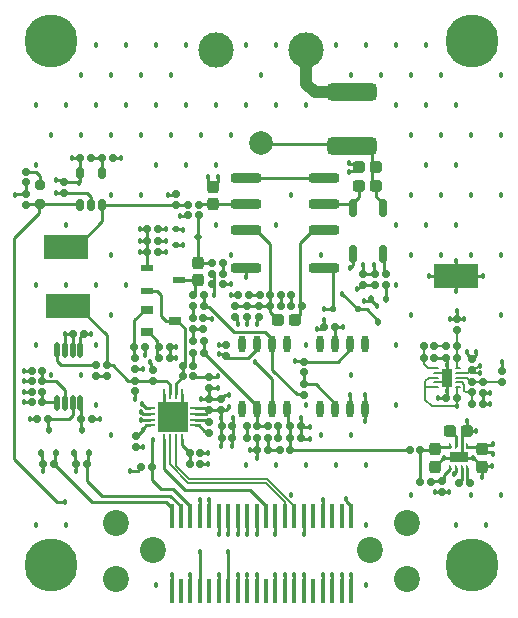
<source format=gtl>
G04*
G04 #@! TF.GenerationSoftware,Altium Limited,Altium Designer,19.1.8 (144)*
G04*
G04 Layer_Physical_Order=1*
G04 Layer_Color=255*
%FSLAX25Y25*%
%MOIN*%
G70*
G01*
G75*
%ADD13C,0.01000*%
%ADD14C,0.00787*%
G04:AMPARAMS|DCode=18|XSize=149.61mil|YSize=79.92mil|CornerRadius=4mil|HoleSize=0mil|Usage=FLASHONLY|Rotation=180.000|XOffset=0mil|YOffset=0mil|HoleType=Round|Shape=RoundedRectangle|*
%AMROUNDEDRECTD18*
21,1,0.14961,0.07193,0,0,180.0*
21,1,0.14161,0.07992,0,0,180.0*
1,1,0.00799,-0.07081,0.03597*
1,1,0.00799,0.07081,0.03597*
1,1,0.00799,0.07081,-0.03597*
1,1,0.00799,-0.07081,-0.03597*
%
%ADD18ROUNDEDRECTD18*%
G04:AMPARAMS|DCode=19|XSize=23.62mil|YSize=23.62mil|CornerRadius=5.91mil|HoleSize=0mil|Usage=FLASHONLY|Rotation=180.000|XOffset=0mil|YOffset=0mil|HoleType=Round|Shape=RoundedRectangle|*
%AMROUNDEDRECTD19*
21,1,0.02362,0.01181,0,0,180.0*
21,1,0.01181,0.02362,0,0,180.0*
1,1,0.01181,-0.00591,0.00591*
1,1,0.01181,0.00591,0.00591*
1,1,0.01181,0.00591,-0.00591*
1,1,0.01181,-0.00591,-0.00591*
%
%ADD19ROUNDEDRECTD19*%
G04:AMPARAMS|DCode=20|XSize=23.62mil|YSize=23.62mil|CornerRadius=5.91mil|HoleSize=0mil|Usage=FLASHONLY|Rotation=90.000|XOffset=0mil|YOffset=0mil|HoleType=Round|Shape=RoundedRectangle|*
%AMROUNDEDRECTD20*
21,1,0.02362,0.01181,0,0,90.0*
21,1,0.01181,0.02362,0,0,90.0*
1,1,0.01181,0.00591,0.00591*
1,1,0.01181,0.00591,-0.00591*
1,1,0.01181,-0.00591,-0.00591*
1,1,0.01181,-0.00591,0.00591*
%
%ADD20ROUNDEDRECTD20*%
G04:AMPARAMS|DCode=21|XSize=25.2mil|YSize=25.2mil|CornerRadius=6.3mil|HoleSize=0mil|Usage=FLASHONLY|Rotation=90.000|XOffset=0mil|YOffset=0mil|HoleType=Round|Shape=RoundedRectangle|*
%AMROUNDEDRECTD21*
21,1,0.02520,0.01260,0,0,90.0*
21,1,0.01260,0.02520,0,0,90.0*
1,1,0.01260,0.00630,0.00630*
1,1,0.01260,0.00630,-0.00630*
1,1,0.01260,-0.00630,-0.00630*
1,1,0.01260,-0.00630,0.00630*
%
%ADD21ROUNDEDRECTD21*%
G04:AMPARAMS|DCode=22|XSize=7.87mil|YSize=19.68mil|CornerRadius=1.97mil|HoleSize=0mil|Usage=FLASHONLY|Rotation=90.000|XOffset=0mil|YOffset=0mil|HoleType=Round|Shape=RoundedRectangle|*
%AMROUNDEDRECTD22*
21,1,0.00787,0.01575,0,0,90.0*
21,1,0.00394,0.01968,0,0,90.0*
1,1,0.00394,0.00787,0.00197*
1,1,0.00394,0.00787,-0.00197*
1,1,0.00394,-0.00787,-0.00197*
1,1,0.00394,-0.00787,0.00197*
%
%ADD22ROUNDEDRECTD22*%
G04:AMPARAMS|DCode=23|XSize=59.06mil|YSize=35.43mil|CornerRadius=1.77mil|HoleSize=0mil|Usage=FLASHONLY|Rotation=90.000|XOffset=0mil|YOffset=0mil|HoleType=Round|Shape=RoundedRectangle|*
%AMROUNDEDRECTD23*
21,1,0.05906,0.03189,0,0,90.0*
21,1,0.05551,0.03543,0,0,90.0*
1,1,0.00354,0.01595,0.02776*
1,1,0.00354,0.01595,-0.02776*
1,1,0.00354,-0.01595,-0.02776*
1,1,0.00354,-0.01595,0.02776*
%
%ADD23ROUNDEDRECTD23*%
G04:AMPARAMS|DCode=24|XSize=25.2mil|YSize=25.2mil|CornerRadius=6.3mil|HoleSize=0mil|Usage=FLASHONLY|Rotation=180.000|XOffset=0mil|YOffset=0mil|HoleType=Round|Shape=RoundedRectangle|*
%AMROUNDEDRECTD24*
21,1,0.02520,0.01260,0,0,180.0*
21,1,0.01260,0.02520,0,0,180.0*
1,1,0.01260,-0.00630,0.00630*
1,1,0.01260,0.00630,0.00630*
1,1,0.01260,0.00630,-0.00630*
1,1,0.01260,-0.00630,-0.00630*
%
%ADD24ROUNDEDRECTD24*%
G04:AMPARAMS|DCode=25|XSize=37.4mil|YSize=41.34mil|CornerRadius=9.35mil|HoleSize=0mil|Usage=FLASHONLY|Rotation=270.000|XOffset=0mil|YOffset=0mil|HoleType=Round|Shape=RoundedRectangle|*
%AMROUNDEDRECTD25*
21,1,0.03740,0.02264,0,0,270.0*
21,1,0.01870,0.04134,0,0,270.0*
1,1,0.01870,-0.01132,-0.00935*
1,1,0.01870,-0.01132,0.00935*
1,1,0.01870,0.01132,0.00935*
1,1,0.01870,0.01132,-0.00935*
%
%ADD25ROUNDEDRECTD25*%
G04:AMPARAMS|DCode=26|XSize=9.84mil|YSize=19.68mil|CornerRadius=2.46mil|HoleSize=0mil|Usage=FLASHONLY|Rotation=0.000|XOffset=0mil|YOffset=0mil|HoleType=Round|Shape=RoundedRectangle|*
%AMROUNDEDRECTD26*
21,1,0.00984,0.01476,0,0,0.0*
21,1,0.00492,0.01968,0,0,0.0*
1,1,0.00492,0.00246,-0.00738*
1,1,0.00492,-0.00246,-0.00738*
1,1,0.00492,-0.00246,0.00738*
1,1,0.00492,0.00246,0.00738*
%
%ADD26ROUNDEDRECTD26*%
G04:AMPARAMS|DCode=27|XSize=37.4mil|YSize=41.34mil|CornerRadius=9.35mil|HoleSize=0mil|Usage=FLASHONLY|Rotation=180.000|XOffset=0mil|YOffset=0mil|HoleType=Round|Shape=RoundedRectangle|*
%AMROUNDEDRECTD27*
21,1,0.03740,0.02264,0,0,180.0*
21,1,0.01870,0.04134,0,0,180.0*
1,1,0.01870,-0.00935,0.01132*
1,1,0.01870,0.00935,0.01132*
1,1,0.01870,0.00935,-0.01132*
1,1,0.01870,-0.00935,-0.01132*
%
%ADD27ROUNDEDRECTD27*%
%ADD28O,0.03347X0.00984*%
%ADD29O,0.00984X0.03347*%
%ADD30O,0.02362X0.05709*%
G04:AMPARAMS|DCode=31|XSize=31.5mil|YSize=31.5mil|CornerRadius=7.87mil|HoleSize=0mil|Usage=FLASHONLY|Rotation=90.000|XOffset=0mil|YOffset=0mil|HoleType=Round|Shape=RoundedRectangle|*
%AMROUNDEDRECTD31*
21,1,0.03150,0.01575,0,0,90.0*
21,1,0.01575,0.03150,0,0,90.0*
1,1,0.01575,0.00787,0.00787*
1,1,0.01575,0.00787,-0.00787*
1,1,0.01575,-0.00787,-0.00787*
1,1,0.01575,-0.00787,0.00787*
%
%ADD31ROUNDEDRECTD31*%
G04:AMPARAMS|DCode=32|XSize=23.62mil|YSize=39.37mil|CornerRadius=5.91mil|HoleSize=0mil|Usage=FLASHONLY|Rotation=180.000|XOffset=0mil|YOffset=0mil|HoleType=Round|Shape=RoundedRectangle|*
%AMROUNDEDRECTD32*
21,1,0.02362,0.02756,0,0,180.0*
21,1,0.01181,0.03937,0,0,180.0*
1,1,0.01181,-0.00591,0.01378*
1,1,0.01181,0.00591,0.01378*
1,1,0.01181,0.00591,-0.01378*
1,1,0.01181,-0.00591,-0.01378*
%
%ADD32ROUNDEDRECTD32*%
%ADD33O,0.01968X0.05315*%
G04:AMPARAMS|DCode=34|XSize=18.5mil|YSize=23.62mil|CornerRadius=4.63mil|HoleSize=0mil|Usage=FLASHONLY|Rotation=0.000|XOffset=0mil|YOffset=0mil|HoleType=Round|Shape=RoundedRectangle|*
%AMROUNDEDRECTD34*
21,1,0.01850,0.01437,0,0,0.0*
21,1,0.00925,0.02362,0,0,0.0*
1,1,0.00925,0.00463,-0.00719*
1,1,0.00925,-0.00463,-0.00719*
1,1,0.00925,-0.00463,0.00719*
1,1,0.00925,0.00463,0.00719*
%
%ADD34ROUNDEDRECTD34*%
%ADD35R,0.03937X0.02559*%
%ADD36R,0.03937X0.02362*%
G04:AMPARAMS|DCode=37|XSize=18.5mil|YSize=23.62mil|CornerRadius=4.63mil|HoleSize=0mil|Usage=FLASHONLY|Rotation=270.000|XOffset=0mil|YOffset=0mil|HoleType=Round|Shape=RoundedRectangle|*
%AMROUNDEDRECTD37*
21,1,0.01850,0.01437,0,0,270.0*
21,1,0.00925,0.02362,0,0,270.0*
1,1,0.00925,-0.00719,-0.00463*
1,1,0.00925,-0.00719,0.00463*
1,1,0.00925,0.00719,0.00463*
1,1,0.00925,0.00719,-0.00463*
%
%ADD37ROUNDEDRECTD37*%
G04:AMPARAMS|DCode=38|XSize=31.5mil|YSize=100.79mil|CornerRadius=7.87mil|HoleSize=0mil|Usage=FLASHONLY|Rotation=90.000|XOffset=0mil|YOffset=0mil|HoleType=Round|Shape=RoundedRectangle|*
%AMROUNDEDRECTD38*
21,1,0.03150,0.08504,0,0,90.0*
21,1,0.01575,0.10079,0,0,90.0*
1,1,0.01575,0.04252,0.00787*
1,1,0.01575,0.04252,-0.00787*
1,1,0.01575,-0.04252,-0.00787*
1,1,0.01575,-0.04252,0.00787*
%
%ADD38ROUNDEDRECTD38*%
G04:AMPARAMS|DCode=39|XSize=23.23mil|YSize=17.72mil|CornerRadius=4.43mil|HoleSize=0mil|Usage=FLASHONLY|Rotation=0.000|XOffset=0mil|YOffset=0mil|HoleType=Round|Shape=RoundedRectangle|*
%AMROUNDEDRECTD39*
21,1,0.02323,0.00886,0,0,0.0*
21,1,0.01437,0.01772,0,0,0.0*
1,1,0.00886,0.00719,-0.00443*
1,1,0.00886,-0.00719,-0.00443*
1,1,0.00886,-0.00719,0.00443*
1,1,0.00886,0.00719,0.00443*
%
%ADD39ROUNDEDRECTD39*%
G04:AMPARAMS|DCode=40|XSize=23.62mil|YSize=60.63mil|CornerRadius=5.91mil|HoleSize=0mil|Usage=FLASHONLY|Rotation=0.000|XOffset=0mil|YOffset=0mil|HoleType=Round|Shape=RoundedRectangle|*
%AMROUNDEDRECTD40*
21,1,0.02362,0.04882,0,0,0.0*
21,1,0.01181,0.06063,0,0,0.0*
1,1,0.01181,0.00591,-0.02441*
1,1,0.01181,-0.00591,-0.02441*
1,1,0.01181,-0.00591,0.02441*
1,1,0.01181,0.00591,0.02441*
%
%ADD40ROUNDEDRECTD40*%
G04:AMPARAMS|DCode=41|XSize=59.06mil|YSize=165.35mil|CornerRadius=14.76mil|HoleSize=0mil|Usage=FLASHONLY|Rotation=90.000|XOffset=0mil|YOffset=0mil|HoleType=Round|Shape=RoundedRectangle|*
%AMROUNDEDRECTD41*
21,1,0.05906,0.13583,0,0,90.0*
21,1,0.02953,0.16535,0,0,90.0*
1,1,0.02953,0.06791,0.01476*
1,1,0.02953,0.06791,-0.01476*
1,1,0.02953,-0.06791,-0.01476*
1,1,0.02953,-0.06791,0.01476*
%
%ADD41ROUNDEDRECTD41*%
G04:AMPARAMS|DCode=42|XSize=15.75mil|YSize=82.68mil|CornerRadius=3.94mil|HoleSize=0mil|Usage=FLASHONLY|Rotation=0.000|XOffset=0mil|YOffset=0mil|HoleType=Round|Shape=RoundedRectangle|*
%AMROUNDEDRECTD42*
21,1,0.01575,0.07480,0,0,0.0*
21,1,0.00787,0.08268,0,0,0.0*
1,1,0.00787,0.00394,-0.03740*
1,1,0.00787,-0.00394,-0.03740*
1,1,0.00787,-0.00394,0.03740*
1,1,0.00787,0.00394,0.03740*
%
%ADD42ROUNDEDRECTD42*%
G04:AMPARAMS|DCode=43|XSize=62.99mil|YSize=35.43mil|CornerRadius=1.77mil|HoleSize=0mil|Usage=FLASHONLY|Rotation=0.000|XOffset=0mil|YOffset=0mil|HoleType=Round|Shape=RoundedRectangle|*
%AMROUNDEDRECTD43*
21,1,0.06299,0.03189,0,0,0.0*
21,1,0.05945,0.03543,0,0,0.0*
1,1,0.00354,0.02972,-0.01595*
1,1,0.00354,-0.02972,-0.01595*
1,1,0.00354,-0.02972,0.01595*
1,1,0.00354,0.02972,0.01595*
%
%ADD43ROUNDEDRECTD43*%
G04:AMPARAMS|DCode=44|XSize=102.36mil|YSize=102.36mil|CornerRadius=2.56mil|HoleSize=0mil|Usage=FLASHONLY|Rotation=180.000|XOffset=0mil|YOffset=0mil|HoleType=Round|Shape=RoundedRectangle|*
%AMROUNDEDRECTD44*
21,1,0.10236,0.09724,0,0,180.0*
21,1,0.09724,0.10236,0,0,180.0*
1,1,0.00512,-0.04862,0.04862*
1,1,0.00512,0.04862,0.04862*
1,1,0.00512,0.04862,-0.04862*
1,1,0.00512,-0.04862,-0.04862*
%
%ADD44ROUNDEDRECTD44*%
%ADD45C,0.07874*%
%ADD46C,0.11811*%
%ADD47C,0.17717*%
%ADD48C,0.08661*%
%ADD49C,0.00602*%
%ADD50C,0.04000*%
%ADD51C,0.01800*%
D13*
X113386Y36417D02*
Y37008D01*
Y36417D02*
X114961Y34843D01*
X98032Y100984D02*
X98622Y101575D01*
X98032Y98759D02*
Y100984D01*
X96161Y96889D02*
X98032Y98759D01*
Y122441D02*
X102362Y126772D01*
X98032Y102165D02*
Y122441D01*
Y102165D02*
X98622Y101575D01*
X102362Y126772D02*
X105984D01*
X146614Y77795D02*
X146850Y78031D01*
X118898Y112489D02*
X119138Y112249D01*
X98268Y57087D02*
X101181D01*
X70079Y142520D02*
X70226Y142372D01*
X75394Y61417D02*
X75433Y61378D01*
X114961Y31299D02*
Y34843D01*
X165256Y79823D02*
X165354Y79921D01*
X43307Y58504D02*
X43937D01*
X3051Y138681D02*
X6594D01*
X2953Y138583D02*
X3051Y138681D01*
X41339Y46457D02*
X43898D01*
X48720Y56595D02*
X48819Y56693D01*
X48720Y47736D02*
Y56595D01*
X48622Y47638D02*
X48720Y47736D01*
X48622Y43504D02*
Y47638D01*
Y43504D02*
X51575Y40551D01*
X16929Y36220D02*
X19685D01*
X2756Y50394D02*
X16929Y36220D01*
X2756Y50394D02*
Y124016D01*
X11024Y132283D01*
X24557Y134449D02*
Y135285D01*
X150787Y51181D02*
X151772Y52165D01*
X150394Y50787D02*
X150787Y51181D01*
X151181Y50787D01*
X146063D02*
X150394D01*
X151181D02*
X155512D01*
X145472Y39370D02*
X147638D01*
X145276Y39567D02*
X145472Y39370D01*
X142913D02*
X143012Y39469D01*
X145177D01*
X145276Y39567D01*
X153543Y62992D02*
X153593Y62943D01*
Y59892D02*
Y62943D01*
Y59892D02*
X153642Y59842D01*
X156693D01*
X151772Y52165D02*
Y54921D01*
X155512Y50787D02*
X155665Y50634D01*
X155922D01*
X158623Y47933D01*
X158661D01*
X145910Y50634D02*
X146063Y50787D01*
X145653Y50634D02*
X145910D01*
X142952Y47933D02*
X145653Y50634D01*
X142913Y47933D02*
X142952D01*
X161762Y47982D02*
X161811Y48031D01*
X158711Y47982D02*
X161762D01*
X158661Y47933D02*
X158711Y47982D01*
X158661Y44488D02*
Y47933D01*
X109685Y94488D02*
X112205D01*
X105276Y93701D02*
X106063Y94488D01*
X103543Y93701D02*
X105276D01*
X156540Y86062D02*
X156693Y86215D01*
X156540Y85193D02*
Y86062D01*
X155118Y83771D02*
X156540Y85193D01*
X155118Y83701D02*
Y83771D01*
X105905Y96850D02*
X106063Y96693D01*
Y94488D02*
Y96693D01*
X109685Y94488D02*
X109695Y94478D01*
Y88691D02*
Y94478D01*
Y88691D02*
X109705Y88681D01*
X153543Y85276D02*
Y86188D01*
Y85276D02*
X155118Y83701D01*
X158858Y68898D02*
X158957Y68996D01*
X158858Y68898D02*
X161417D01*
X158858Y68898D02*
X158858Y68898D01*
X161339Y72520D02*
X161417Y72441D01*
X159134Y72520D02*
X161339D01*
X159055Y72598D02*
X159134Y72520D01*
X158957Y68996D02*
Y72500D01*
X159055Y72598D01*
X150000Y106299D02*
Y111417D01*
Y116535D01*
X140945Y111417D02*
X150000D01*
X159055D01*
X73228Y84016D02*
X80472D01*
X71732Y57559D02*
Y61496D01*
X146850Y78031D02*
Y78149D01*
X105512Y31299D02*
Y36614D01*
X11024Y134941D02*
X11368Y135285D01*
X11024Y132283D02*
Y134941D01*
X64567Y6496D02*
Y19291D01*
X74016Y6496D02*
Y19291D01*
X61417Y11811D02*
X61417Y11811D01*
Y6496D02*
Y11811D01*
X55118Y6496D02*
Y11763D01*
X115472Y115079D02*
Y118799D01*
X114567Y114173D02*
X115472Y115079D01*
X117063Y107087D02*
X118441Y108465D01*
X116929Y107087D02*
X117063D01*
X120866Y103150D02*
X121457Y103740D01*
X119291Y103150D02*
X120866D01*
X118441Y108465D02*
X118898D01*
X111963Y105512D02*
X112028D01*
X117146Y100394D01*
X146850Y79145D02*
Y81890D01*
X161988Y55512D02*
X162205D01*
X161416Y54940D02*
X161988Y55512D01*
X159960Y54940D02*
X161416D01*
X158661Y53642D02*
X159960Y54940D01*
X161417Y52756D02*
X162205Y51968D01*
X159547Y52756D02*
X161417D01*
X158661Y53642D02*
X159547Y52756D01*
X165354Y79921D02*
Y82677D01*
X146850Y73228D02*
Y75984D01*
X144095Y70866D02*
X146614D01*
X146850Y71102D02*
Y73228D01*
X146614Y70866D02*
X146850Y71102D01*
X43898Y46457D02*
X45079Y47638D01*
X59449Y40157D02*
X81102D01*
X52559Y47047D02*
X59449Y40157D01*
X52559Y47047D02*
Y56988D01*
X81102Y40157D02*
X86614Y34646D01*
Y31299D02*
Y34646D01*
X43465Y54331D02*
X45705D01*
X43307Y54488D02*
X43465Y54331D01*
X51575Y40551D02*
X55512D01*
X61417Y34646D01*
Y31299D02*
Y34646D01*
X26969Y43110D02*
Y48819D01*
Y43110D02*
X31890Y38189D01*
X54724D01*
X58268Y34646D01*
Y31299D02*
Y34646D01*
X53150Y36220D02*
X55118Y34252D01*
X28543Y36220D02*
X53150D01*
X15945Y48819D02*
X28543Y36220D01*
X55118Y31299D02*
Y34252D01*
X67716Y31299D02*
Y36614D01*
X64567Y31299D02*
Y36614D01*
X40748Y76575D02*
X42913D01*
X35630Y81693D02*
X40748Y76575D01*
X6594Y138681D02*
X6693Y138779D01*
X150394Y97047D02*
Y99606D01*
X150591Y97244D02*
X152756D01*
X150394Y97047D02*
X150591Y97244D01*
X148031D02*
X150197D01*
X150394Y97047D01*
X146850Y81890D02*
Y84016D01*
X146614Y84252D02*
X146850Y84016D01*
X146614Y77795D02*
X146850Y77559D01*
X142717Y84252D02*
X146614D01*
X142717Y84252D02*
X142717Y84252D01*
X122047Y142618D02*
Y154921D01*
X115354D02*
X122047D01*
X137992Y42913D02*
Y53543D01*
X142864Y53592D02*
X142913Y53642D01*
X138041Y53592D02*
X142864D01*
X137992Y53543D02*
X138041Y53592D01*
X94685Y53543D02*
X134449D01*
X98268Y57480D02*
Y61417D01*
Y57087D02*
Y57480D01*
Y64016D02*
X98425Y64173D01*
X98268Y61417D02*
Y64016D01*
X98347Y61024D02*
X101181D01*
X157866Y54437D02*
X158661Y53642D01*
X153748Y54437D02*
X157866D01*
X153740Y54445D02*
X153748Y54437D01*
X153740Y54445D02*
Y54921D01*
X149213Y45276D02*
Y45492D01*
X149795Y46075D01*
Y47433D01*
X153642Y59804D02*
Y59842D01*
X151772Y57934D02*
X153642Y59804D01*
X151772Y54921D02*
Y57934D01*
X147933Y59804D02*
Y59842D01*
Y59804D02*
X149803Y57934D01*
Y54921D02*
Y57934D01*
X142913Y53642D02*
X143709Y54437D01*
X147827D01*
X147835Y54445D01*
Y54921D01*
X141535Y42913D02*
X141634Y43012D01*
X145177D01*
X145276Y43110D01*
X145901Y43735D01*
Y45031D01*
X147835Y46965D01*
Y47441D01*
X149795Y47433D02*
X149803Y47441D01*
X150945Y42520D02*
Y42590D01*
X151772Y43417D01*
Y47441D01*
X154567Y42520D02*
Y42590D01*
X153740Y43417D02*
X154567Y42590D01*
X153740Y43417D02*
Y47441D01*
X45276Y68898D02*
X46654Y67520D01*
X44882Y63386D02*
X45098D01*
X45287Y63575D01*
X47925D01*
X47933Y63583D01*
X44882Y66142D02*
X45098D01*
X45681Y65559D01*
X47925D01*
X47933Y65551D01*
X46654Y67520D02*
X47933D01*
X43937Y58504D02*
X45669Y60236D01*
X45822Y60389D01*
Y60669D01*
X46768Y61614D01*
X47933D01*
X20079Y121260D02*
X23563D01*
X32087Y129783D01*
Y135236D01*
X56693D01*
X56693Y135236D01*
X11417Y141831D02*
Y144882D01*
X11417Y141831D02*
X11417Y141831D01*
X10039Y146260D02*
X11417Y144882D01*
X6693Y146260D02*
X10039D01*
X6693Y138779D02*
Y142717D01*
X11368Y135285D02*
X11417Y135335D01*
X6742Y135285D02*
X11368D01*
X6693Y135236D02*
X6742Y135285D01*
X11417Y135335D02*
X11467Y135285D01*
X24557D01*
X24606Y135236D01*
X16535Y143307D02*
X18740D01*
X19291Y142756D01*
X16535Y138976D02*
X19134D01*
X19291Y139134D01*
X28346Y135236D02*
Y137795D01*
X27008Y139134D02*
X28346Y137795D01*
X19291Y139134D02*
X27008D01*
X35630Y150787D02*
X38189D01*
X22047D02*
X24606D01*
X24291Y142638D02*
X24409Y142520D01*
X19410Y142638D02*
X24291D01*
X19291Y142756D02*
X19410Y142638D01*
X24409Y142520D02*
X24508Y142618D01*
Y145768D01*
X24606Y145866D01*
Y150787D01*
X24606Y150787D02*
X24606Y150787D01*
X28150Y150787D02*
X32087D01*
Y145866D02*
Y150787D01*
X19636Y92077D02*
X19685Y92126D01*
X19636Y86762D02*
Y92077D01*
X19587Y86713D02*
X19636Y86762D01*
X114961Y6496D02*
Y11811D01*
X111811Y6496D02*
Y11811D01*
X108661Y6496D02*
Y11811D01*
X105512Y6496D02*
Y11811D01*
X99213Y6496D02*
Y11811D01*
X96063Y6496D02*
Y11811D01*
X92913Y6496D02*
Y11811D01*
X89764Y6496D02*
Y11811D01*
X83465Y6496D02*
Y11811D01*
X77165D02*
X77165Y11811D01*
Y6496D02*
Y11811D01*
X70866Y6496D02*
Y11811D01*
X5906Y79921D02*
X8465D01*
X5906Y76378D02*
X8465D01*
X5906Y72835D02*
X8465D01*
X8465Y72835D01*
X5906Y69291D02*
X8465D01*
X70866Y25591D02*
Y31299D01*
X74016Y25591D02*
Y31299D01*
X77165Y25591D02*
X77165Y25591D01*
Y31299D01*
X80315Y25591D02*
Y31299D01*
X83465Y25591D02*
Y31299D01*
X89764Y25591D02*
Y31299D01*
X99213Y25591D02*
Y31299D01*
X33465Y78150D02*
X33465Y78150D01*
X29921Y78150D02*
X33465D01*
X18307Y81693D02*
X29921D01*
X17028Y82972D02*
X18307Y81693D01*
X17028Y82972D02*
Y86713D01*
X25827Y92126D02*
X28346D01*
X19685D02*
X22205D01*
X22175Y92097D02*
X22205Y92126D01*
X22175Y86742D02*
Y92097D01*
X22146Y86713D02*
X22175Y86742D01*
X25827Y92056D02*
Y92126D01*
X24705Y90934D02*
X25827Y92056D01*
X24705Y86713D02*
Y90934D01*
X123469Y101728D02*
X123622Y101575D01*
X123213Y101728D02*
X123469D01*
X121457Y103484D02*
X123213Y101728D01*
X33465Y81693D02*
Y91667D01*
X23557Y101575D02*
X33465Y91667D01*
X20472Y101575D02*
X23557D01*
X33465Y81693D02*
X35630D01*
X33465Y78150D02*
X33465Y78150D01*
X12008Y79921D02*
X12008Y79921D01*
X12008Y76378D02*
Y79921D01*
Y76378D02*
X16535D01*
X19563Y73350D01*
Y69217D02*
Y73350D01*
Y69217D02*
X19587Y69193D01*
X12008Y69291D02*
X12008Y69291D01*
Y72835D01*
X16929Y69291D02*
X17028Y69193D01*
X12008Y69291D02*
X16929D01*
X7874Y63779D02*
X10433D01*
X28543D02*
X31102D01*
X25000Y60236D02*
Y63779D01*
Y60236D02*
X25197Y60039D01*
X24852Y63927D02*
X25000Y63779D01*
X24705Y64075D02*
X24852Y63927D01*
Y69045D01*
X24705Y69193D02*
X24852Y69045D01*
X13976Y63779D02*
X20866D01*
X22122Y65035D01*
Y69169D01*
X22146Y69193D01*
X13976Y60236D02*
X14173Y60039D01*
X13976Y60236D02*
Y63779D01*
X23228Y46457D02*
Y48622D01*
X23425Y48819D01*
X12205Y46457D02*
X12303Y46555D01*
Y48720D01*
X12402Y48819D01*
X23031Y49213D02*
X23425Y48819D01*
X23031Y49213D02*
Y52165D01*
X22638Y52559D02*
X23031Y52165D01*
X12008Y49213D02*
X12402Y48819D01*
X12008Y49213D02*
Y52165D01*
X11614Y52559D02*
X12008Y52165D01*
X15945Y48819D02*
X16339Y49213D01*
Y52165D01*
X16732Y52559D01*
X26969Y48819D02*
X27362Y49213D01*
Y52165D01*
X27756Y52559D01*
X42913Y76575D02*
X48819D01*
X75492Y57539D02*
X75532Y57579D01*
X75433Y57480D02*
X75492Y57539D01*
X48031Y82461D02*
Y82677D01*
Y82461D02*
X48194Y82298D01*
Y80743D02*
Y82298D01*
Y80743D02*
X48819Y80118D01*
X121457Y103484D02*
Y103740D01*
X120138Y100394D02*
X124016Y96516D01*
Y96260D02*
Y96516D01*
X117146Y100394D02*
X120138D01*
X79843Y111102D02*
X79921Y111024D01*
X79843Y111102D02*
Y114173D01*
X105905Y100394D02*
X108839D01*
Y113120D01*
X107786Y114173D02*
X108839Y113120D01*
X105984Y114173D02*
X107786D01*
X119685Y62992D02*
X119705Y63012D01*
Y67224D01*
X119685Y71653D02*
X119695Y71644D01*
Y67234D02*
Y71644D01*
Y67234D02*
X119705Y67224D01*
X98268Y61417D02*
X98347Y61496D01*
X83465Y50787D02*
X83563Y50886D01*
Y53445D01*
X83661Y53543D01*
X81102D02*
X83661D01*
X58465Y55118D02*
Y56988D01*
Y55118D02*
X61221Y52362D01*
X61221Y48819D02*
X61221Y48819D01*
Y52362D01*
X64764Y48819D02*
X67323D01*
X64764Y52362D02*
X67323D01*
X58661Y61417D02*
X58661D01*
X55512Y64567D02*
X58661Y61417D01*
X52362D02*
X52362D01*
X55512Y64567D01*
X58465Y67520D01*
X52559D02*
X55512Y64567D01*
X72992Y71653D02*
X74410Y71653D01*
X71732Y70394D02*
X72992Y71653D01*
X73386Y66693D02*
X74410Y67716D01*
X71653Y66693D02*
X73386D01*
X75433Y61417D02*
X75590Y61575D01*
Y64173D01*
X75197Y54724D02*
X75433Y54961D01*
Y57480D01*
X75492Y57539D02*
Y61319D01*
X71653Y54724D02*
X71732Y54803D01*
Y57402D01*
X71811Y57480D01*
X71732Y61496D02*
Y64095D01*
Y57559D02*
X71811Y57480D01*
X71653Y64173D02*
X71732Y64095D01*
Y61496D02*
X71811Y61417D01*
X71653Y64173D02*
Y66693D01*
X64256Y61614D02*
X65993Y59877D01*
X63090Y61614D02*
X64256D01*
X65993Y59877D02*
X67091D01*
X67716Y59252D01*
Y70315D02*
Y74173D01*
Y70315D02*
X71653D01*
X71732Y70394D01*
X64961Y70472D02*
X65039Y70394D01*
X67638D01*
X67716Y70315D01*
X70315Y74173D02*
X70472Y74016D01*
X67716Y74173D02*
X70315D01*
X58465Y67520D02*
Y72146D01*
X52559Y67520D02*
Y72146D01*
X42913Y70472D02*
Y73032D01*
X53347Y76575D02*
X54528Y75394D01*
X48819Y76575D02*
X53347D01*
X54528Y72146D02*
Y75394D01*
X122441Y112795D02*
X123031Y112205D01*
X122441Y112795D02*
Y114961D01*
X118898Y112489D02*
Y114961D01*
Y112008D02*
X119138Y112249D01*
X118898Y112008D02*
X122835D01*
X123031Y112205D01*
X118898Y108465D02*
X118996Y108366D01*
X122933D01*
X123031Y108268D01*
X126575Y103740D02*
X126575Y103740D01*
X126575Y103740D02*
Y108268D01*
X126024Y112756D02*
X126575Y112205D01*
X126024Y112756D02*
Y118248D01*
X125472Y118799D02*
X126024Y118248D01*
X53937Y138583D02*
X56496D01*
X56693Y138779D01*
X70472Y142913D02*
Y144488D01*
X70079Y142520D02*
X70472Y142913D01*
X68898Y141043D02*
X70226Y142372D01*
X67323Y142618D02*
X68898Y141043D01*
X67323Y142618D02*
Y144488D01*
X76457Y101496D02*
X87913D01*
X47008Y114016D02*
X47047Y113976D01*
X47008Y114016D02*
Y119291D01*
Y123228D01*
Y127165D02*
X47008Y127165D01*
X47008Y123228D02*
Y127165D01*
X44488Y119291D02*
X47008D01*
X44488Y123228D02*
X47008D01*
X44488Y127165D02*
X47008D01*
X58858Y126969D02*
X59055Y126772D01*
X56496Y126969D02*
X58858D01*
X58957Y121752D02*
X59055Y121653D01*
X56595Y121752D02*
X58957D01*
X56496Y121850D02*
X56595Y121752D01*
X50630Y119291D02*
X53150D01*
X50630Y123228D02*
X53150D01*
X50630Y127165D02*
X53150D01*
X57874Y131496D02*
X57972Y131595D01*
X60532D01*
X60630Y131693D01*
X56693Y135236D02*
X56693Y135236D01*
X60630D01*
X115472Y134882D02*
Y135807D01*
X114921Y135433D02*
X115472Y134882D01*
X105984Y135433D02*
X114921D01*
X114173Y146063D02*
X114390D01*
X114863Y146536D01*
X116517D01*
X117618Y147638D01*
X114173Y149213D02*
X114390D01*
X114863Y148739D01*
X116517D01*
X117618Y147638D01*
X115472Y135807D02*
X117585Y137919D01*
Y141305D01*
X117618Y141339D01*
X125472Y133957D02*
Y135807D01*
X123360Y137919D02*
X125472Y135807D01*
X123360Y137919D02*
Y141305D01*
X123327Y141339D02*
X123360Y141305D01*
X122047Y142618D02*
X123327Y141339D01*
X85039Y155905D02*
X85532Y155413D01*
X114862D01*
X115354Y154921D01*
X48819Y80118D02*
Y80167D01*
X74803Y105118D02*
X74803Y105118D01*
X77362D01*
X72244Y108661D02*
X74803D01*
X83465Y95276D02*
Y97008D01*
X84252Y97795D01*
X77012Y95429D02*
X77165Y95276D01*
X77012Y95429D02*
Y97161D01*
X76378Y97795D02*
X77012Y97161D01*
X80315Y95276D02*
Y97795D01*
X69291Y105118D02*
Y111614D01*
X65945Y101181D02*
X67716D01*
X75984Y92913D02*
X86161D01*
X67716Y101181D02*
X75984Y92913D01*
X86161D02*
X88721Y90354D01*
X95079Y101575D02*
Y105118D01*
X91535Y101575D02*
X91535Y101575D01*
X91535Y101575D02*
Y105118D01*
X80905D02*
X84449D01*
X76378Y101417D02*
X76457Y101496D01*
X87913D02*
X87992Y101575D01*
Y105118D02*
X87992Y105118D01*
X87992Y101575D02*
Y105118D01*
Y99350D02*
Y101575D01*
Y99350D02*
X90453Y96889D01*
Y96850D02*
Y96889D01*
X96161Y96850D02*
Y96889D01*
X87992Y105118D02*
Y122146D01*
X84419Y125719D02*
X87992Y122146D01*
X83595Y125719D02*
X84419D01*
X82542Y126772D02*
X83595Y125719D01*
X79843Y126772D02*
X82542D01*
X47925Y67528D02*
X47933Y67520D01*
X46378Y85118D02*
Y87717D01*
X79843Y144095D02*
X105984D01*
X67668Y62795D02*
X67716D01*
X66880Y63583D02*
X67668Y62795D01*
X63090Y63583D02*
X66880D01*
X80118Y57480D02*
Y61417D01*
X90748Y57480D02*
Y61417D01*
X90748Y61417D01*
X87205Y53543D02*
X91142D01*
X87205Y53543D02*
X87205Y53543D01*
X87205Y53543D02*
Y57480D01*
X62402Y81496D02*
Y85827D01*
X62303Y101476D02*
X62402Y101575D01*
X62303Y97539D02*
Y101476D01*
X62205Y97441D02*
X62303Y97539D01*
X65945Y101575D02*
Y105118D01*
X96925Y71972D02*
X99091D01*
X88721Y80177D02*
X96925Y71972D01*
X88721Y80177D02*
Y88681D01*
X99091Y71972D02*
X99213Y71850D01*
X88721Y88681D02*
Y90354D01*
X68701Y112205D02*
X69291Y111614D01*
X88721Y67224D02*
Y77028D01*
X83071Y82677D02*
X88721Y77028D01*
X72244Y112205D02*
Y115748D01*
X72244Y112205D02*
X72244Y112205D01*
X46850Y92716D02*
X47539D01*
X50359Y89897D01*
Y84877D02*
X50984Y84252D01*
X50359Y84877D02*
Y89897D01*
X51575Y98032D02*
X53150Y96457D01*
X56299D02*
X57087D01*
X47047Y106496D02*
X50197D01*
X53150Y96457D02*
X56299D01*
X50197Y106496D02*
X51575Y105118D01*
Y98032D02*
Y105118D01*
X56496Y72146D02*
Y75591D01*
X58858Y77953D01*
Y81496D01*
X59449Y82087D01*
X57087Y96457D02*
X59449Y94095D01*
Y82087D02*
Y94095D01*
X64173Y135236D02*
X64222Y135285D01*
X68848D01*
X68898Y135335D01*
X68947Y135384D01*
X79793D01*
X79843Y135433D01*
X96142Y82992D02*
X99134D01*
X99213Y82913D01*
X45571Y80413D02*
X45669Y80315D01*
X43012Y80413D02*
X45571D01*
X42913Y80512D02*
X43012Y80413D01*
X99213Y82913D02*
X110610D01*
X114705Y87008D01*
Y88681D01*
X99213Y75394D02*
Y79291D01*
X109705Y67224D02*
Y68898D01*
X103209Y75394D02*
X109705Y68898D01*
X99213Y75394D02*
X103209D01*
X65965Y89744D02*
X65984Y89764D01*
X65965Y85847D02*
Y89744D01*
X65945Y85827D02*
X65965Y85847D01*
X83691Y61447D02*
Y68559D01*
X83091Y69158D02*
X83691Y68559D01*
X82613Y69158D02*
X83091D01*
X65945Y85827D02*
X82613Y69158D01*
X83661Y61417D02*
X87205D01*
X83661D02*
X83691Y61447D01*
X65748Y93898D02*
X65748Y93898D01*
X62205Y93898D02*
X65748D01*
X62205D02*
X62283Y93819D01*
Y89842D02*
Y93819D01*
Y89842D02*
X62362Y89764D01*
X42677Y84291D02*
X42913Y84055D01*
X42677Y96713D02*
X46161Y100197D01*
X42677Y84291D02*
Y87795D01*
Y96713D01*
X46161Y100197D02*
X46850D01*
X114567Y71653D02*
X114636Y71585D01*
Y67293D02*
Y71585D01*
Y67293D02*
X114705Y67224D01*
X67638Y77874D02*
X67716Y77795D01*
X62480Y77874D02*
X67638D01*
X62402Y77953D02*
X62480Y77874D01*
X70394Y77874D02*
X70472Y77953D01*
X67795Y77874D02*
X70394D01*
X67716Y77795D02*
X67795Y77874D01*
X63779Y115847D02*
X63829Y115797D01*
X68652D01*
X63779Y115847D02*
X64075Y116142D01*
X68652Y115797D02*
X68701Y115748D01*
X64075Y116142D02*
Y131595D01*
X64173Y131693D01*
X63730Y110187D02*
X63779Y110138D01*
X57726Y110187D02*
X63730D01*
X57677Y110236D02*
X57726Y110187D01*
X62402Y105118D02*
X63027Y105743D01*
Y109385D01*
X63779Y110138D01*
X46299Y87795D02*
X46378Y87717D01*
X54528Y84252D02*
Y87795D01*
X56693D01*
X54528Y84252D02*
X56693D01*
X65748Y97441D02*
X65847Y97342D01*
X68405D01*
X68504Y97244D01*
X83661Y53543D02*
Y57480D01*
X83661Y57480D02*
X83661Y57480D01*
X73071Y88583D02*
X73228Y88425D01*
X70866Y88583D02*
X73071D01*
X93981Y62082D02*
X94646Y61417D01*
X93981Y62082D02*
Y66964D01*
X93721Y67224D02*
X93981Y66964D01*
X94646Y57480D02*
Y61417D01*
Y57480D02*
X94665Y57461D01*
Y53563D02*
Y57461D01*
Y53563D02*
X94685Y53543D01*
X63090Y65551D02*
X66505D01*
X67646Y66693D01*
X66819Y67520D02*
X67646Y66693D01*
X67716D02*
X71653D01*
X63090Y67520D02*
X66819D01*
X67646Y66693D02*
X67716D01*
X72751Y85280D02*
X73228Y84803D01*
X70866Y85433D02*
X71019Y85280D01*
X72751D01*
X80472Y84016D02*
X83720Y87264D01*
Y88681D01*
D14*
X145472Y75984D02*
X146850Y77362D01*
X150413Y71043D02*
Y74410D01*
X150169Y68043D02*
X150315Y68189D01*
X156813Y80709D02*
X157600Y81496D01*
X155748Y80709D02*
X156813D01*
X155118Y80079D02*
X155748Y80709D01*
X156063Y79134D02*
X157874D01*
X155118Y80079D02*
X156063Y79134D01*
X157600Y81496D02*
X157874D01*
X146614Y77913D02*
X146850Y78149D01*
Y79145D01*
X143110Y79134D02*
X146614D01*
Y77913D02*
Y79134D01*
X139764Y74342D02*
Y76378D01*
Y70079D02*
Y74342D01*
X139831Y74410D01*
X141800Y68043D02*
X150169D01*
X139764Y70079D02*
X141800Y68043D01*
X139764Y76378D02*
X140945Y77559D01*
X150315Y68189D02*
X150394Y68110D01*
X150315Y68189D02*
Y70787D01*
X150236Y70866D02*
X150315Y70787D01*
X80315Y6496D02*
Y11811D01*
X139831Y74410D02*
X143110D01*
X146850Y75984D02*
Y77362D01*
X140945Y77559D02*
X143110D01*
X143110Y77559D01*
X150236Y70866D02*
X150413Y71043D01*
Y74410D02*
X150591D01*
X146850Y77362D02*
Y77559D01*
X143110Y75984D02*
X145472D01*
X150216Y84272D02*
Y88169D01*
Y93327D01*
X150394Y93504D01*
X150236Y80709D02*
Y84252D01*
X142717Y88189D02*
X146653D01*
X142717Y88189D02*
X142717Y88189D01*
X139173Y84252D02*
Y88189D01*
Y82087D02*
Y84252D01*
Y82087D02*
X140551Y80709D01*
X143110D01*
X150236D02*
X150591D01*
X150197Y88189D02*
X150216Y88169D01*
Y84272D02*
X150236Y84252D01*
X154990Y80079D02*
X155118D01*
X154045Y79134D02*
X154990Y80079D01*
X150591Y79134D02*
X154045D01*
X165335Y76201D02*
X165354Y76181D01*
X159075Y76201D02*
X165335D01*
X159055Y76221D02*
X159075Y76201D01*
X155217Y68996D02*
X155315Y68898D01*
X155217Y68996D02*
Y72539D01*
X155118Y72638D02*
X155217Y72539D01*
X159035Y76201D02*
X159055Y76221D01*
X155138Y76201D02*
X159035D01*
X155118Y76181D02*
X155138Y76201D01*
X155012Y76181D02*
X155118D01*
X153634Y77559D02*
X155012Y76181D01*
X150591Y77559D02*
X153634D01*
X153347Y72638D02*
X155118D01*
X152756Y73228D02*
X153347Y72638D01*
X152756Y73228D02*
Y75197D01*
X151969Y75984D02*
X152756Y75197D01*
X150591Y75984D02*
X151969D01*
D18*
X20079Y121260D02*
D03*
X150000Y111417D02*
D03*
X20472Y101575D02*
D03*
D19*
X150394Y97047D02*
D03*
Y93504D02*
D03*
X165354Y79724D02*
D03*
Y76181D02*
D03*
X155118Y76181D02*
D03*
Y72638D02*
D03*
X145276Y43110D02*
D03*
Y39567D02*
D03*
X67716Y62795D02*
D03*
Y59252D02*
D03*
X42913Y84055D02*
D03*
Y80512D02*
D03*
Y76575D02*
D03*
Y73032D02*
D03*
X48819Y80118D02*
D03*
Y76575D02*
D03*
X65748Y97441D02*
D03*
Y93898D02*
D03*
X62205Y93898D02*
D03*
Y97441D02*
D03*
X6693Y138779D02*
D03*
Y135236D02*
D03*
Y146260D02*
D03*
Y142717D02*
D03*
X33465Y78150D02*
D03*
Y81693D02*
D03*
X29921Y81693D02*
D03*
Y78150D02*
D03*
X56693Y138779D02*
D03*
Y135236D02*
D03*
X64173D02*
D03*
Y131693D02*
D03*
X60630Y131693D02*
D03*
Y135236D02*
D03*
X99213Y75394D02*
D03*
Y71850D02*
D03*
X118898Y108465D02*
D03*
Y112008D02*
D03*
D20*
X150197Y88189D02*
D03*
X146653D02*
D03*
X139173Y84252D02*
D03*
X142717D02*
D03*
X139173Y88189D02*
D03*
X142717D02*
D03*
X155315Y68898D02*
D03*
X158858D02*
D03*
X137992Y42913D02*
D03*
X141535D02*
D03*
X134449Y53543D02*
D03*
X137992D02*
D03*
X91535Y105118D02*
D03*
X95079D02*
D03*
X87992D02*
D03*
X84449D02*
D03*
X95079Y101575D02*
D03*
X98622D02*
D03*
X87992D02*
D03*
X91535D02*
D03*
X80905Y105118D02*
D03*
X77362D02*
D03*
X64764Y52362D02*
D03*
X61221D02*
D03*
X61221Y48819D02*
D03*
X64764D02*
D03*
X50984Y84252D02*
D03*
X54528D02*
D03*
X50984Y87795D02*
D03*
X54528D02*
D03*
X45079Y47638D02*
D03*
X48622D02*
D03*
X62402Y77953D02*
D03*
X58858D02*
D03*
X62402Y81496D02*
D03*
X58858D02*
D03*
X65945Y85827D02*
D03*
X62402D02*
D03*
X62402Y101575D02*
D03*
X65945D02*
D03*
X62402Y105118D02*
D03*
X65945D02*
D03*
X72244Y108661D02*
D03*
X68701D02*
D03*
X68701Y112205D02*
D03*
X72244D02*
D03*
X72244Y115748D02*
D03*
X68701D02*
D03*
X32087Y150787D02*
D03*
X35630D02*
D03*
X24606D02*
D03*
X28150D02*
D03*
X8465Y69291D02*
D03*
X12008D02*
D03*
X12008Y72835D02*
D03*
X8465D02*
D03*
X8465Y76378D02*
D03*
X12008D02*
D03*
X12008Y79921D02*
D03*
X8465D02*
D03*
X10433Y63779D02*
D03*
X13976D02*
D03*
X28543D02*
D03*
X25000D02*
D03*
X12402Y48819D02*
D03*
X15945D02*
D03*
X23425D02*
D03*
X26969D02*
D03*
X87205Y53543D02*
D03*
X83661D02*
D03*
X87205Y57480D02*
D03*
X90748D02*
D03*
X90748Y61417D02*
D03*
X87205D02*
D03*
X80118Y57480D02*
D03*
X83661D02*
D03*
X80118Y61417D02*
D03*
X83661D02*
D03*
X94685Y53543D02*
D03*
X91142D02*
D03*
X123031Y108268D02*
D03*
X126575D02*
D03*
X126575Y112205D02*
D03*
X123031D02*
D03*
D21*
X146614Y84252D02*
D03*
X150236D02*
D03*
X146614Y70866D02*
D03*
X150236D02*
D03*
X150945Y42520D02*
D03*
X154567D02*
D03*
X46299Y87795D02*
D03*
X42677D02*
D03*
X62362Y89764D02*
D03*
X65984D02*
D03*
X25827Y92126D02*
D03*
X22205D02*
D03*
X50630Y119291D02*
D03*
X47008D02*
D03*
X50630Y123228D02*
D03*
X47008D02*
D03*
X47008Y127165D02*
D03*
X50630D02*
D03*
X75433Y57480D02*
D03*
X71811D02*
D03*
X75433Y61417D02*
D03*
X71811D02*
D03*
X94646Y57480D02*
D03*
X98268D02*
D03*
X94646Y61417D02*
D03*
X98268D02*
D03*
X109685Y94488D02*
D03*
X106063D02*
D03*
D22*
X143110Y80709D02*
D03*
Y79134D02*
D03*
Y77559D02*
D03*
Y75984D02*
D03*
Y74410D02*
D03*
X150591Y80709D02*
D03*
Y79134D02*
D03*
Y77559D02*
D03*
Y75984D02*
D03*
Y74410D02*
D03*
D23*
X146850Y77559D02*
D03*
D24*
X159055Y72598D02*
D03*
Y76221D02*
D03*
X155118Y83701D02*
D03*
Y80079D02*
D03*
X71653Y70315D02*
D03*
Y66693D02*
D03*
X67716Y70315D02*
D03*
Y66693D02*
D03*
X84252Y97795D02*
D03*
Y101417D02*
D03*
X80315Y97795D02*
D03*
Y101417D02*
D03*
X76378Y97795D02*
D03*
Y101417D02*
D03*
X43307Y54488D02*
D03*
Y58110D02*
D03*
X67716Y74173D02*
D03*
Y77795D02*
D03*
X73228Y84803D02*
D03*
Y88425D02*
D03*
X19291Y139134D02*
D03*
Y142756D02*
D03*
X99213Y79291D02*
D03*
Y82913D02*
D03*
D25*
X153642Y59842D02*
D03*
X147933D02*
D03*
X90453Y96850D02*
D03*
X96161D02*
D03*
X117618Y141339D02*
D03*
X123327D02*
D03*
X117618Y147638D02*
D03*
X123327D02*
D03*
D26*
X153740Y54921D02*
D03*
X151772D02*
D03*
X149803D02*
D03*
X147835D02*
D03*
X153740Y47441D02*
D03*
X151772D02*
D03*
X149803D02*
D03*
X147835D02*
D03*
D27*
X142913Y47933D02*
D03*
Y53642D02*
D03*
X158661Y47933D02*
D03*
Y53642D02*
D03*
X63779Y110138D02*
D03*
Y115847D02*
D03*
X68898Y135335D02*
D03*
Y141043D02*
D03*
D28*
X63090Y61614D02*
D03*
Y63583D02*
D03*
Y65551D02*
D03*
Y67520D02*
D03*
X47933D02*
D03*
Y65551D02*
D03*
Y63583D02*
D03*
Y61614D02*
D03*
D29*
X58465Y72146D02*
D03*
X56496D02*
D03*
X54528D02*
D03*
X52559D02*
D03*
Y56988D02*
D03*
X54528D02*
D03*
X56496D02*
D03*
X58465D02*
D03*
D30*
X93721Y88681D02*
D03*
X88721D02*
D03*
X83720D02*
D03*
X78720D02*
D03*
X93721Y67224D02*
D03*
X88721D02*
D03*
X83720D02*
D03*
X78720D02*
D03*
X119705Y88681D02*
D03*
X114705D02*
D03*
X109705D02*
D03*
X104705D02*
D03*
X119705Y67224D02*
D03*
X114705D02*
D03*
X109705D02*
D03*
X104705D02*
D03*
D31*
X11417Y141831D02*
D03*
Y135335D02*
D03*
D32*
X24606Y145866D02*
D03*
X32087D02*
D03*
Y135236D02*
D03*
X28346D02*
D03*
X24606D02*
D03*
D33*
X17028Y69193D02*
D03*
X19587D02*
D03*
X22146D02*
D03*
X24705D02*
D03*
X17028Y86713D02*
D03*
X19587D02*
D03*
X22146D02*
D03*
X24705D02*
D03*
D34*
X16732Y52559D02*
D03*
X11614D02*
D03*
X14173Y60039D02*
D03*
X27756Y52559D02*
D03*
X22638D02*
D03*
X25197Y60039D02*
D03*
X121457Y103740D02*
D03*
X126575D02*
D03*
X124016Y96260D02*
D03*
D35*
X46850Y100197D02*
D03*
Y92716D02*
D03*
X56299Y96457D02*
D03*
D36*
X57677Y110236D02*
D03*
X47047Y106496D02*
D03*
Y113976D02*
D03*
D37*
X56496Y121850D02*
D03*
Y126969D02*
D03*
X63976Y124409D02*
D03*
D38*
X105984Y144095D02*
D03*
X79843D02*
D03*
Y135433D02*
D03*
X105984D02*
D03*
X79843Y114173D02*
D03*
X105984D02*
D03*
Y126772D02*
D03*
X79843D02*
D03*
D39*
X117146Y100394D02*
D03*
X108839D02*
D03*
D40*
X115472Y118799D02*
D03*
X125472D02*
D03*
Y133957D02*
D03*
X115472D02*
D03*
D41*
X115354Y154921D02*
D03*
Y172638D02*
D03*
D42*
X111811Y6496D02*
D03*
X114961D02*
D03*
X108661D02*
D03*
X105512D02*
D03*
X102362D02*
D03*
X86614D02*
D03*
X89764D02*
D03*
X92913D02*
D03*
X99213D02*
D03*
X96063D02*
D03*
X64567D02*
D03*
X67716D02*
D03*
X61417D02*
D03*
X58268D02*
D03*
X55118D02*
D03*
X70866D02*
D03*
X74016D02*
D03*
X77165D02*
D03*
X83465D02*
D03*
X80315D02*
D03*
Y31299D02*
D03*
X83465D02*
D03*
X77165D02*
D03*
X74016D02*
D03*
X70866D02*
D03*
X55118D02*
D03*
X58268D02*
D03*
X61417D02*
D03*
X67716D02*
D03*
X64567D02*
D03*
X96063D02*
D03*
X99213D02*
D03*
X92913D02*
D03*
X89764D02*
D03*
X86614D02*
D03*
X102362D02*
D03*
X105512D02*
D03*
X108661D02*
D03*
X114961D02*
D03*
X111811D02*
D03*
D43*
X150787Y51181D02*
D03*
D44*
X55512Y64567D02*
D03*
D45*
X85039Y155905D02*
D03*
D46*
X70079Y186614D02*
D03*
X100000D02*
D03*
D47*
X155118Y189764D02*
D03*
X14961D02*
D03*
X155118Y14961D02*
D03*
X14961D02*
D03*
D48*
X36516Y10433D02*
D03*
Y29134D02*
D03*
X133563D02*
D03*
X121260Y20079D02*
D03*
X48819D02*
D03*
X133563Y10433D02*
D03*
D49*
X54528Y48622D02*
X60551Y42598D01*
X86551D01*
X92913Y36236D01*
X87008Y43701D02*
X96063Y34646D01*
X61024Y43701D02*
X87008D01*
X56496Y48228D02*
X61024Y43701D01*
X92913Y31299D02*
Y36236D01*
X96063Y31299D02*
Y34646D01*
X54528Y48622D02*
Y56988D01*
X56496Y48228D02*
Y56988D01*
D50*
X102953Y172638D02*
X115354D01*
X100000Y175591D02*
X102953Y172638D01*
X100000Y175591D02*
Y186614D01*
D51*
X113386Y37008D02*
D03*
X165000Y178504D02*
D03*
Y158504D02*
D03*
Y138504D02*
D03*
Y118504D02*
D03*
Y98504D02*
D03*
Y38504D02*
D03*
X160000Y28504D02*
D03*
X150000Y168504D02*
D03*
X155000Y158504D02*
D03*
X150000Y148504D02*
D03*
X155000Y138504D02*
D03*
X150000Y128504D02*
D03*
X155000Y118504D02*
D03*
Y38504D02*
D03*
X150000Y28504D02*
D03*
X140000Y188504D02*
D03*
X145000Y178504D02*
D03*
X140000Y168504D02*
D03*
X145000Y158504D02*
D03*
X140000Y148504D02*
D03*
X145000Y138504D02*
D03*
X140000Y128504D02*
D03*
X145000Y118504D02*
D03*
X130000Y188504D02*
D03*
X135000Y178504D02*
D03*
X130000Y168504D02*
D03*
X135000Y158504D02*
D03*
Y138504D02*
D03*
X130000Y128504D02*
D03*
X135000Y118504D02*
D03*
X130000Y108504D02*
D03*
X135000Y98504D02*
D03*
X130000Y88504D02*
D03*
Y68504D02*
D03*
X135000Y38504D02*
D03*
X120000Y188504D02*
D03*
X125000Y178504D02*
D03*
X120000Y48504D02*
D03*
Y28504D02*
D03*
Y8504D02*
D03*
X110000Y188504D02*
D03*
X115000Y178504D02*
D03*
Y78504D02*
D03*
Y58504D02*
D03*
X110000Y48504D02*
D03*
X100000Y168504D02*
D03*
X105000Y118504D02*
D03*
X100000Y88504D02*
D03*
Y68504D02*
D03*
X105000Y58504D02*
D03*
X100000Y48504D02*
D03*
X90000Y188504D02*
D03*
Y168504D02*
D03*
X95000Y138504D02*
D03*
X90000Y128504D02*
D03*
Y48504D02*
D03*
X95000Y38504D02*
D03*
X80000Y188504D02*
D03*
X85000Y178504D02*
D03*
X80000Y168504D02*
D03*
Y48504D02*
D03*
X70000Y168504D02*
D03*
X75000Y158504D02*
D03*
X70000Y148504D02*
D03*
Y128504D02*
D03*
X75000Y118504D02*
D03*
X60000Y188504D02*
D03*
Y168504D02*
D03*
X65000Y158504D02*
D03*
X60000Y148504D02*
D03*
X50000Y188504D02*
D03*
X55000Y178504D02*
D03*
X50000Y168504D02*
D03*
X55000Y158504D02*
D03*
X50000Y148504D02*
D03*
Y8504D02*
D03*
X40000Y188504D02*
D03*
X45000Y178504D02*
D03*
X40000Y168504D02*
D03*
X45000Y158504D02*
D03*
Y138504D02*
D03*
X40000Y108504D02*
D03*
X30000Y188504D02*
D03*
X35000Y178504D02*
D03*
X30000Y168504D02*
D03*
X35000Y158504D02*
D03*
Y138504D02*
D03*
Y118504D02*
D03*
X30000Y108504D02*
D03*
X35000Y98504D02*
D03*
X30000Y88504D02*
D03*
Y68504D02*
D03*
X35000Y58504D02*
D03*
X25000Y178504D02*
D03*
X20000Y168504D02*
D03*
X25000Y158504D02*
D03*
X20000Y128504D02*
D03*
Y108504D02*
D03*
X25000Y78504D02*
D03*
X20000Y28504D02*
D03*
X10000Y168504D02*
D03*
X15000Y158504D02*
D03*
X10000Y148504D02*
D03*
Y108504D02*
D03*
Y88504D02*
D03*
X15000Y78504D02*
D03*
X10000Y28504D02*
D03*
X2953Y138583D02*
D03*
X41339Y46457D02*
D03*
X48819Y56693D02*
D03*
X19685Y36220D02*
D03*
X150787Y51181D02*
D03*
X147638Y39370D02*
D03*
X142913D02*
D03*
X153543Y62992D02*
D03*
X156693Y59842D02*
D03*
X155512Y50787D02*
D03*
X146063D02*
D03*
X161811Y48031D02*
D03*
X158661Y44488D02*
D03*
X112205Y94488D02*
D03*
X103543Y93701D02*
D03*
X105905Y96850D02*
D03*
X153543Y86188D02*
D03*
X156693Y86215D02*
D03*
X161417Y68898D02*
D03*
Y72441D02*
D03*
X150000Y106299D02*
D03*
Y116535D02*
D03*
X140945Y111417D02*
D03*
X159055D02*
D03*
X105512Y36614D02*
D03*
X64567Y19291D02*
D03*
X74016D02*
D03*
X61417Y11811D02*
D03*
X55118Y11763D02*
D03*
X114567Y114173D02*
D03*
X116929Y107087D02*
D03*
X119291Y103150D02*
D03*
X111963Y105512D02*
D03*
X157874Y79134D02*
D03*
Y81496D02*
D03*
X146850Y79145D02*
D03*
X150394Y68110D02*
D03*
X162205Y51968D02*
D03*
Y55512D02*
D03*
X80315Y11811D02*
D03*
X165354Y82677D02*
D03*
X146850Y75984D02*
D03*
X144095Y70866D02*
D03*
X146850Y73228D02*
D03*
X45705Y54331D02*
D03*
X67716Y36614D02*
D03*
X64567D02*
D03*
X150394Y99606D02*
D03*
X152756Y97244D02*
D03*
X148031D02*
D03*
X146850Y81890D02*
D03*
X98425Y64173D02*
D03*
X101181Y61024D02*
D03*
Y57087D02*
D03*
X149213Y45276D02*
D03*
X45276Y68898D02*
D03*
X44882Y63386D02*
D03*
Y66142D02*
D03*
X45669Y60236D02*
D03*
X16535Y143307D02*
D03*
Y138976D02*
D03*
X38189Y150787D02*
D03*
X22047D02*
D03*
X24409Y142520D02*
D03*
X114961Y11811D02*
D03*
X111811D02*
D03*
X108661D02*
D03*
X105512D02*
D03*
X99213D02*
D03*
X96063D02*
D03*
X92913D02*
D03*
X89764D02*
D03*
X83465D02*
D03*
X77165D02*
D03*
X70866D02*
D03*
X5906Y79921D02*
D03*
Y76378D02*
D03*
Y72835D02*
D03*
Y69291D02*
D03*
X70866Y25591D02*
D03*
X74016D02*
D03*
X77165D02*
D03*
X80315D02*
D03*
X83465D02*
D03*
X89764D02*
D03*
X99213D02*
D03*
X28346Y92126D02*
D03*
X19685D02*
D03*
X7874Y63779D02*
D03*
X31102D02*
D03*
X23228Y46457D02*
D03*
X12205D02*
D03*
X48031Y82677D02*
D03*
X123622Y101575D02*
D03*
X79921Y111024D02*
D03*
X105905Y100394D02*
D03*
X119685Y62992D02*
D03*
Y71653D02*
D03*
X83465Y50787D02*
D03*
X81102Y53543D02*
D03*
X67323Y48819D02*
D03*
Y52362D02*
D03*
X55512Y64567D02*
D03*
X58661Y61417D02*
D03*
X52362D02*
D03*
X58465Y67520D02*
D03*
X52559D02*
D03*
X74410Y71653D02*
D03*
Y67716D02*
D03*
X75590Y64173D02*
D03*
X75197Y54724D02*
D03*
X71653D02*
D03*
Y64173D02*
D03*
X64961Y70472D02*
D03*
X70472Y74016D02*
D03*
X42913Y70472D02*
D03*
X122441Y114961D02*
D03*
X118898D02*
D03*
X53937Y138583D02*
D03*
X70472Y144488D02*
D03*
X67323D02*
D03*
X44488Y119291D02*
D03*
Y123228D02*
D03*
Y127165D02*
D03*
X59055Y126772D02*
D03*
Y121653D02*
D03*
X53150Y119291D02*
D03*
Y123228D02*
D03*
Y127165D02*
D03*
X57874Y131496D02*
D03*
X114173Y146063D02*
D03*
Y149213D02*
D03*
X74803Y105118D02*
D03*
Y108661D02*
D03*
X83465Y95276D02*
D03*
X77165D02*
D03*
X80315D02*
D03*
X46378Y85118D02*
D03*
X69291Y105118D02*
D03*
X83071Y82677D02*
D03*
X96142Y82992D02*
D03*
X45669Y80315D02*
D03*
X114567Y71653D02*
D03*
X70472Y77953D02*
D03*
X56693Y84252D02*
D03*
Y87795D02*
D03*
X68504Y97244D02*
D03*
X70866Y88583D02*
D03*
Y85433D02*
D03*
M02*

</source>
